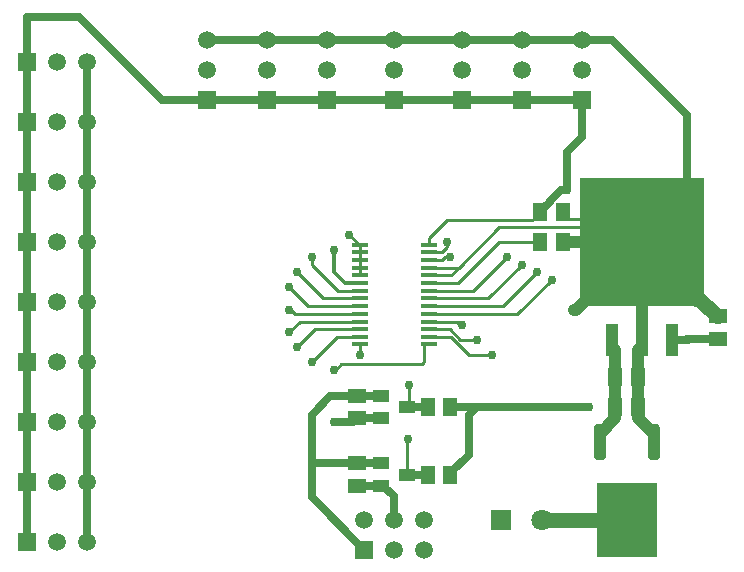
<source format=gtl>
G04*
G04 #@! TF.GenerationSoftware,Altium Limited,Altium Designer,19.1.5 (86)*
G04*
G04 Layer_Physical_Order=1*
G04 Layer_Color=255*
%FSLAX25Y25*%
%MOIN*%
G70*
G01*
G75*
%ADD27R,0.05800X0.01400*%
%ADD28R,0.05118X0.05906*%
%ADD29R,0.05906X0.05118*%
%ADD30R,0.05512X0.03937*%
G04:AMPARAMS|DCode=31|XSize=118.9mil|YSize=38.19mil|CornerRadius=9.55mil|HoleSize=0mil|Usage=FLASHONLY|Rotation=90.000|XOffset=0mil|YOffset=0mil|HoleType=Round|Shape=RoundedRectangle|*
%AMROUNDEDRECTD31*
21,1,0.11890,0.01909,0,0,90.0*
21,1,0.09980,0.03819,0,0,90.0*
1,1,0.01909,0.00955,0.04990*
1,1,0.01909,0.00955,-0.04990*
1,1,0.01909,-0.00955,-0.04990*
1,1,0.01909,-0.00955,0.04990*
%
%ADD31ROUNDEDRECTD31*%
%ADD32R,0.20039X0.24882*%
%ADD33R,0.41200X0.42800*%
%ADD34R,0.04000X0.10600*%
%ADD35C,0.02500*%
%ADD36C,0.04000*%
%ADD37C,0.01000*%
%ADD38C,0.01200*%
%ADD39C,0.05000*%
%ADD40C,0.05906*%
%ADD41R,0.05906X0.05906*%
%ADD42R,0.05906X0.05906*%
%ADD43C,0.07087*%
%ADD44R,0.07087X0.07087*%
%ADD45C,0.03000*%
D27*
X138500Y116600D02*
D03*
Y114100D02*
D03*
Y111500D02*
D03*
Y109000D02*
D03*
Y106400D02*
D03*
Y103800D02*
D03*
Y101300D02*
D03*
Y98700D02*
D03*
Y96200D02*
D03*
Y93600D02*
D03*
Y91000D02*
D03*
Y88500D02*
D03*
Y85900D02*
D03*
Y83400D02*
D03*
X161500D02*
D03*
Y85900D02*
D03*
Y88500D02*
D03*
Y91000D02*
D03*
Y93600D02*
D03*
Y96200D02*
D03*
Y98700D02*
D03*
Y101300D02*
D03*
Y103800D02*
D03*
Y106400D02*
D03*
Y109000D02*
D03*
Y111500D02*
D03*
Y114100D02*
D03*
Y116600D02*
D03*
D28*
X206240Y127500D02*
D03*
X198760D02*
D03*
Y117500D02*
D03*
X206240D02*
D03*
X161260Y62500D02*
D03*
X168740D02*
D03*
X161260Y40000D02*
D03*
X168740D02*
D03*
X231240Y72500D02*
D03*
X223760D02*
D03*
X231240Y62500D02*
D03*
X223760D02*
D03*
D29*
X258000Y92740D02*
D03*
Y85260D02*
D03*
X137500Y58760D02*
D03*
Y66240D02*
D03*
Y36260D02*
D03*
Y43740D02*
D03*
D30*
X145669Y66240D02*
D03*
Y58760D02*
D03*
X154331Y62500D02*
D03*
X145669Y43740D02*
D03*
Y36260D02*
D03*
X154331Y40000D02*
D03*
D31*
X236500Y50709D02*
D03*
X218500D02*
D03*
D32*
X227500Y25000D02*
D03*
D33*
X232500Y117500D02*
D03*
D34*
X242500Y84900D02*
D03*
X232500D02*
D03*
X222500D02*
D03*
D35*
X231700Y117500D02*
X247500Y133300D01*
X72500Y165000D02*
X87500D01*
X45000Y192500D02*
X72500Y165000D01*
X87500D02*
X107500D01*
X27500Y192500D02*
X45000D01*
X27500Y177500D02*
Y192500D01*
X207500Y135000D02*
Y147568D01*
X212500Y152568D01*
Y165000D01*
X247500Y133300D02*
Y160000D01*
X222500Y185000D02*
X247500Y160000D01*
X212500Y185000D02*
X222500D01*
X47500Y157500D02*
Y177500D01*
Y137500D02*
Y157500D01*
Y117500D02*
Y137500D01*
Y97500D02*
Y117500D01*
Y77500D02*
Y97500D01*
Y57500D02*
Y77500D01*
Y37500D02*
Y57500D01*
Y17500D02*
Y37500D01*
X27500Y157500D02*
Y177500D01*
Y137500D02*
Y157500D01*
Y117500D02*
Y137500D01*
Y97500D02*
Y117500D01*
Y77500D02*
Y97500D01*
Y57500D02*
Y77500D01*
Y37500D02*
Y57500D01*
Y17500D02*
Y37500D01*
X192500Y185000D02*
X212500D01*
X172500D02*
X192500D01*
X150000D02*
X172500D01*
X127500D02*
X150000D01*
X107500D02*
X127500D01*
X87500D02*
X107500D01*
X198760Y127500D02*
Y127894D01*
Y127106D02*
Y127500D01*
X192500Y165000D02*
X212500D01*
X172500D02*
X192500D01*
X150000D02*
X172500D01*
X127500D02*
X150000D01*
X107500D02*
X127500D01*
X207404Y134904D02*
X207500Y135000D01*
X205516Y134904D02*
X207404D01*
X201831Y131219D02*
X205516Y134904D01*
X201831Y130965D02*
Y131219D01*
X198760Y127894D02*
X201831Y130965D01*
X247500Y85000D02*
X247596Y85096D01*
X257836D01*
X258000Y85260D01*
X168740Y62500D02*
X177500D01*
X175000Y60000D02*
X177500Y62500D01*
X215000D01*
X175000Y46654D02*
Y60000D01*
X168740Y40394D02*
X175000Y46654D01*
X168740Y40000D02*
Y40394D01*
X122500Y45000D02*
Y60000D01*
Y32500D02*
Y45000D01*
X123760Y43740D01*
X137500D01*
X122500Y60000D02*
X128740Y66240D01*
X137500D01*
X122500Y32500D02*
X140000Y15000D01*
X130000Y57500D02*
X130096Y57596D01*
X136336D01*
X137500Y58760D01*
X145669D01*
X145669Y58760D01*
X137500Y36260D02*
X146457D01*
X150000Y32717D01*
Y25000D02*
Y32717D01*
X137500Y66240D02*
X145669D01*
X137500Y43740D02*
X145669D01*
X154331Y40000D02*
X161260D01*
X154331Y62500D02*
X161260D01*
X242600Y85000D02*
X247500D01*
X242500Y84900D02*
X242600Y85000D01*
D36*
X231700Y117500D02*
X232500Y116700D01*
X210800Y95000D02*
X232500Y116700D01*
X206240Y117500D02*
X231700D01*
X210000Y95000D02*
X210800D01*
X232500Y84900D02*
Y116700D01*
X231299Y81399D02*
X232500Y82600D01*
X231299Y72559D02*
Y81399D01*
X232500Y82600D02*
Y84900D01*
X231240Y58823D02*
Y62500D01*
Y72500D02*
X231299Y72559D01*
X231240Y62500D02*
Y72500D01*
Y58823D02*
X236500Y53563D01*
Y50709D02*
Y53563D01*
X223760Y58823D02*
Y62500D01*
X222500Y82600D02*
Y84900D01*
Y82600D02*
X223701Y81399D01*
Y72559D02*
Y81399D01*
Y72559D02*
X223760Y72500D01*
Y62500D02*
Y72500D01*
X218500Y53563D02*
X223760Y58823D01*
X218500Y50709D02*
Y53563D01*
D37*
X135100Y120000D02*
X138500Y116600D01*
X135000Y120000D02*
X135100D01*
X131200Y101300D02*
X138500D01*
X122500Y110000D02*
X131200Y101300D01*
X122500Y110000D02*
Y112500D01*
X126300Y98700D02*
X138500D01*
X117500Y107500D02*
X126300Y98700D01*
X115000Y102500D02*
X121300Y96200D01*
X138500D01*
X115000Y95000D02*
X115541D01*
X116941Y93600D01*
X138500D01*
X118500Y91000D02*
X138500D01*
X115000Y87500D02*
X118500Y91000D01*
X123500Y88500D02*
X138500D01*
X117500Y82500D02*
X123500Y88500D01*
X130900Y85900D02*
X138500D01*
X122500Y77500D02*
X130900Y85900D01*
X160000Y77500D02*
Y83200D01*
X160200Y83400D01*
X161500D01*
X159297Y76797D02*
X160000Y77500D01*
X132338Y76797D02*
X159297D01*
X130541Y75000D02*
X132338Y76797D01*
X130000Y75000D02*
X130541D01*
X174817Y80000D02*
X182500D01*
X168917Y85900D02*
X174817Y80000D01*
X161500Y85900D02*
X168917D01*
X172079Y85000D02*
X177500D01*
X168579Y88500D02*
X172079Y85000D01*
X161500Y88500D02*
X168579D01*
X171959Y90000D02*
X172500D01*
X170959Y91000D02*
X171959Y90000D01*
X161500Y91000D02*
X170959D01*
X161500Y93600D02*
X191100D01*
X161500Y96200D02*
X186200D01*
X197500Y107500D01*
X191100Y93600D02*
X202500Y105000D01*
X181200Y98700D02*
X192500Y110000D01*
X161500Y98700D02*
X181200D01*
X176300Y101300D02*
X187500Y112500D01*
X161500Y101300D02*
X176300D01*
X185000Y117500D02*
X198760D01*
X171300Y103800D02*
X185000Y117500D01*
X226700Y122500D02*
X231700Y117500D01*
X224153Y125047D02*
X226700Y122500D01*
X208299Y125047D02*
X224153D01*
X206240Y127106D02*
X208299Y125047D01*
X206240Y127106D02*
Y127500D01*
X196260Y125000D02*
X196307Y125047D01*
X196701D01*
X198760Y127106D01*
X167500Y125000D02*
X196260D01*
X161500Y119000D02*
X167500Y125000D01*
X161500Y116600D02*
Y119000D01*
X166959Y112500D02*
X168479D01*
X167500Y115793D02*
Y117500D01*
X166007Y114300D02*
X167500Y115793D01*
X161700Y114300D02*
X166007D01*
X154331Y40000D02*
Y51831D01*
X154498Y51998D01*
X155000Y63169D02*
Y70000D01*
X171500Y109000D02*
X185000Y122500D01*
X168900Y106400D02*
X171500Y109000D01*
X161500Y106400D02*
X168900D01*
X185000Y122500D02*
X226700D01*
X161500Y103800D02*
X171300D01*
X161500Y114100D02*
X161700Y114300D01*
X165959Y111500D02*
X166959Y112500D01*
X161500Y111500D02*
X165959D01*
X161500Y109000D02*
X171500D01*
X138500Y80000D02*
Y83400D01*
Y114100D02*
Y116600D01*
Y111500D02*
Y114100D01*
Y109000D02*
Y111500D01*
Y106400D02*
Y109000D01*
X154331Y62500D02*
X155000Y63169D01*
D38*
X133700Y103800D02*
X138500D01*
X130000Y107500D02*
X133700Y103800D01*
X130000Y107500D02*
Y115000D01*
D39*
X232500Y116700D02*
X250600Y98600D01*
X251747D01*
X257606Y92740D01*
X258000D01*
X199390Y25000D02*
X227500D01*
D40*
X150000Y185000D02*
D03*
Y175000D02*
D03*
X172500Y185000D02*
D03*
Y175000D02*
D03*
X192500Y185000D02*
D03*
Y175000D02*
D03*
X212500Y185000D02*
D03*
Y175000D02*
D03*
X87500Y185000D02*
D03*
Y175000D02*
D03*
X107500Y185000D02*
D03*
Y175000D02*
D03*
X127500Y185000D02*
D03*
Y175000D02*
D03*
X47500Y17500D02*
D03*
X37500D02*
D03*
X140000Y25000D02*
D03*
X150000Y15000D02*
D03*
Y25000D02*
D03*
X160000Y15000D02*
D03*
Y25000D02*
D03*
X47500Y37500D02*
D03*
X37500D02*
D03*
X47500Y57500D02*
D03*
X37500D02*
D03*
X47500Y77500D02*
D03*
X37500D02*
D03*
X47500Y97500D02*
D03*
X37500D02*
D03*
X47500Y117500D02*
D03*
X37500D02*
D03*
X47500Y137500D02*
D03*
X37500D02*
D03*
X47500Y157500D02*
D03*
X37500D02*
D03*
X47500Y177500D02*
D03*
X37500D02*
D03*
D41*
X150000Y165000D02*
D03*
X172500D02*
D03*
X192500D02*
D03*
X212500D02*
D03*
X87500D02*
D03*
X107500D02*
D03*
X127500D02*
D03*
D42*
X27500Y17500D02*
D03*
X140000Y15000D02*
D03*
X27500Y37500D02*
D03*
Y57500D02*
D03*
Y77500D02*
D03*
Y97500D02*
D03*
Y117500D02*
D03*
Y137500D02*
D03*
Y157500D02*
D03*
Y177500D02*
D03*
D43*
X199390Y25000D02*
D03*
D44*
X185610D02*
D03*
D45*
X135000Y120000D02*
D03*
X130000Y115000D02*
D03*
X122500Y112500D02*
D03*
X117500Y107500D02*
D03*
X115000Y102500D02*
D03*
Y95000D02*
D03*
Y87500D02*
D03*
X117500Y82500D02*
D03*
X122500Y77500D02*
D03*
X130000Y75000D02*
D03*
X207500Y135000D02*
D03*
X182500Y80000D02*
D03*
X177500Y85000D02*
D03*
X172500Y90000D02*
D03*
X202500Y105000D02*
D03*
X197500Y107500D02*
D03*
X192500Y110000D02*
D03*
X187500Y112500D02*
D03*
X168479D02*
D03*
X167500Y117500D02*
D03*
X154498Y51998D02*
D03*
X155000Y70000D02*
D03*
X210000Y95000D02*
D03*
X138500Y80000D02*
D03*
X215000Y62500D02*
D03*
X130000Y57500D02*
D03*
X247500Y85000D02*
D03*
M02*

</source>
